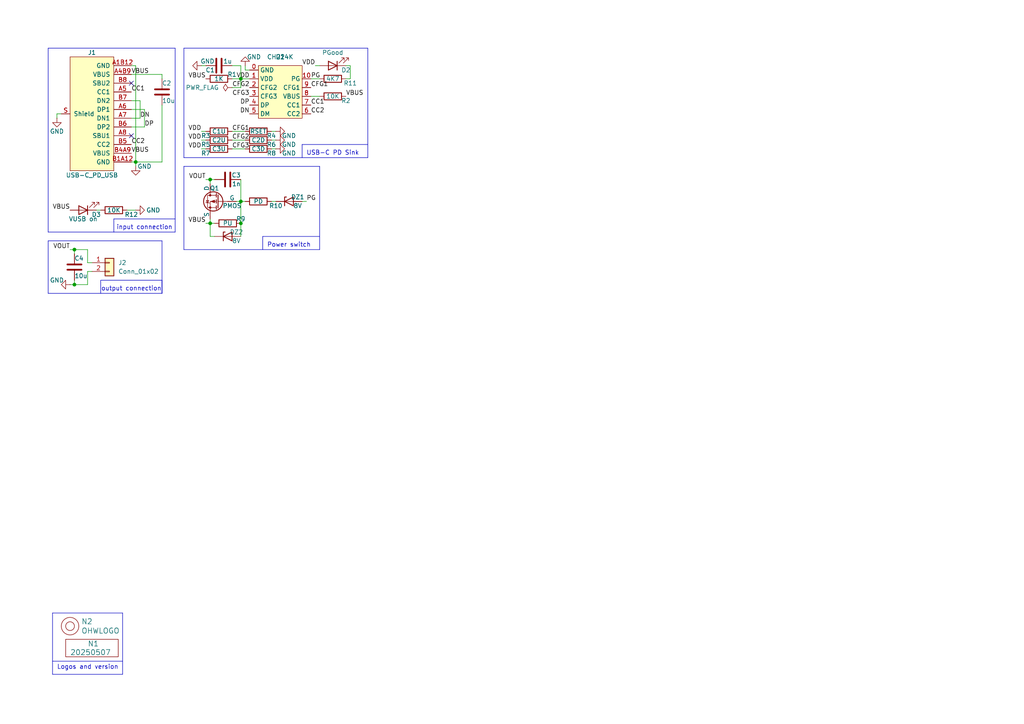
<source format=kicad_sch>
(kicad_sch (version 20231120) (generator "eeschema") (generator_version "8.0")
  (paper "A4")
  (lib_symbols
    (symbol "Connector_Generic:Conn_01x02" (pin_names (offset 1.016) hide)
      (property "Reference" "J" (at 0 2.54 0))
      (property "Value" "Conn_01x02" (at 0 -5.08 0))
      (symbol "Conn_01x02_1_1"
        (rectangle (start -1.27 -2.413) (end 0 -2.667) (stroke (width 0.1524)))
        (rectangle (start -1.27 0.127) (end 0 -0.127) (stroke (width 0.1524)))
        (rectangle (start -1.27 1.27) (end 1.27 -3.81) (stroke (width 0.254)) (fill (type background)))
        (pin passive line (at -5.08 0 0) (length 3.81) (name "Pin_1") (number "1"))
        (pin passive line (at -5.08 -2.54 0) (length 3.81) (name "Pin_2") (number "2"))
      )
    )
    (symbol "Device:C" (pin_numbers hide) (pin_names (offset 0.254))
      (property "Reference" "C" (at 0.635 2.54 0))
      (property "Value" "C" (at 0.635 -2.54 0))
      (symbol "C_0_1"
        (polyline (pts (xy -2.032 -0.762) (xy 2.032 -0.762)) (stroke (width 0.508)))
        (polyline (pts (xy -2.032 0.762) (xy 2.032 0.762)) (stroke (width 0.508)))
      )
      (symbol "C_1_1"
        (pin passive line (at 0 3.81 270) (length 2.794) (name "~") (number "1"))
        (pin passive line (at 0 -3.81 90) (length 2.794) (name "~") (number "2"))
      )
    )
    (symbol "Device:D_Zener" (pin_numbers hide) (pin_names (offset 1.016) hide)
      (property "Reference" "D" (at 0 2.54 0))
      (property "Value" "D_Zener" (at 0 -2.54 0))
      (symbol "D_Zener_0_1"
        (polyline (pts (xy 1.27 0) (xy -1.27 0)))
        (polyline (pts (xy -1.27 -1.27) (xy -1.27 1.27) (xy -0.762 1.27)) (stroke (width 0.254)))
        (polyline (pts (xy 1.27 -1.27) (xy 1.27 1.27) (xy -1.27 0) (xy 1.27 -1.27)) (stroke (width 0.254)))
      )
      (symbol "D_Zener_1_1"
        (pin passive line (at -3.81 0 0) (length 2.54) (name "K") (number "1"))
        (pin passive line (at 3.81 0 180) (length 2.54) (name "A") (number "2"))
      )
    )
    (symbol "Device:LED" (pin_numbers hide) (pin_names (offset 1.016) hide)
      (property "Reference" "D" (at 0 2.54 0))
      (property "Value" "LED" (at 0 -2.54 0))
      (symbol "LED_0_1"
        (polyline (pts (xy -1.27 -1.27) (xy -1.27 1.27)) (stroke (width 0.254)))
        (polyline (pts (xy -1.27 0) (xy 1.27 0)))
        (polyline (pts (xy 1.27 -1.27) (xy 1.27 1.27) (xy -1.27 0) (xy 1.27 -1.27)) (stroke (width 0.254)))
        (polyline (pts (xy -3.048 -0.762) (xy -4.572 -2.286) (xy -3.81 -2.286) (xy -4.572 -2.286) (xy -4.572 -1.524)))
        (polyline (pts (xy -1.778 -0.762) (xy -3.302 -2.286) (xy -2.54 -2.286) (xy -3.302 -2.286) (xy -3.302 -1.524)))
      )
      (symbol "LED_1_1"
        (pin passive line (at -3.81 0 0) (length 2.54) (name "K") (number "1"))
        (pin passive line (at 3.81 0 180) (length 2.54) (name "A") (number "2"))
      )
    )
    (symbol "Device:R" (pin_numbers hide) (pin_names (offset 0))
      (property "Reference" "R" (at 2.032 0 90))
      (property "Value" "R" (at 0 0 90))
      (symbol "R_0_1"
        (rectangle (start -1.016 -2.54) (end 1.016 2.54) (stroke (width 0.254)))
      )
      (symbol "R_1_1"
        (pin passive line (at 0 3.81 270) (length 1.27) (name "~") (number "1"))
        (pin passive line (at 0 -3.81 90) (length 1.27) (name "~") (number "2"))
      )
    )
    (symbol "Simulation_SPICE:PMOS" (pin_numbers hide) (pin_names (offset 0))
      (property "Reference" "Q" (at 5.08 1.27 0))
      (property "Value" "PMOS" (at 5.08 -1.27 0))
      (symbol "PMOS_0_1"
        (polyline (pts (xy 0.254 0) (xy -2.54 0)))
        (polyline (pts (xy 0.254 1.905) (xy 0.254 -1.905)) (stroke (width 0.254)))
        (polyline (pts (xy 0.762 -1.27) (xy 0.762 -2.286)) (stroke (width 0.254)))
        (polyline (pts (xy 0.762 0.508) (xy 0.762 -0.508)) (stroke (width 0.254)))
        (polyline (pts (xy 0.762 2.286) (xy 0.762 1.27)) (stroke (width 0.254)))
        (polyline (pts (xy 2.54 2.54) (xy 2.54 1.778)))
        (polyline (pts (xy 2.54 -2.54) (xy 2.54 0) (xy 0.762 0)))
        (polyline (pts (xy 0.762 1.778) (xy 3.302 1.778) (xy 3.302 -1.778) (xy 0.762 -1.778)))
        (polyline (pts (xy 2.286 0) (xy 1.27 0.381) (xy 1.27 -0.381) (xy 2.286 0)) (fill (type outline)))
        (polyline (pts (xy 2.794 -0.508) (xy 2.921 -0.381) (xy 3.683 -0.381) (xy 3.81 -0.254)))
        (polyline (pts (xy 3.302 -0.381) (xy 2.921 0.254) (xy 3.683 0.254) (xy 3.302 -0.381)))
        (circle (center 1.651 0) (radius 2.794) (stroke (width 0.254)))
        (circle (center 2.54 -1.778) (radius 0.254) (fill (type outline)))
        (circle (center 2.54 1.778) (radius 0.254) (fill (type outline)))
      )
      (symbol "PMOS_1_1"
        (pin passive line (at 2.54 5.08 270) (length 2.54) (name "D") (number "1"))
        (pin input line (at -5.08 0 0) (length 2.54) (name "G") (number "2"))
        (pin passive line (at 2.54 -5.08 90) (length 2.54) (name "S") (number "3"))
      )
    )
    (symbol "SquantorLabels:OHWLOGO" (pin_names (offset 1.016))
      (property "Reference" "N" (at 0 3.81 0))
      (property "Value" "OHWLOGO" (at 0 -3.81 0))
      (symbol "OHWLOGO_0_1"
        (circle (center 0 0) (radius 1.27))
        (circle (center 0 0) (radius 2.54))
      )
    )
    (symbol "SquantorLabels:VYYYYMMDD" (pin_names (offset 1.016))
      (property "Reference" "N" (at 0 2.54 0))
      (property "Value" "VYYYYMMDD" (at 0 0 0))
      (symbol "VYYYYMMDD_0_1"
        (rectangle (start 7.62 -1.27) (end -7.62 3.81))
      )
    )
    (symbol "SquantorUsb:USB-C_PD_USB" (pin_names (offset 1.016))
      (property "Reference" "J" (at 0 17.78 0))
      (property "Value" "USB-C_PD_USB" (at 0 -17.78 0))
      (symbol "USB-C_PD_USB_0_1"
        (rectangle (start 6.35 16.51) (end -6.35 -16.51) (fill (type background)))
      )
      (symbol "USB-C_PD_USB_1_1"
        (pin power_out line (at 11.43 13.97 180) (length 5.08) (name "GND") (number "A1B12"))
        (pin power_out line (at 11.43 11.43 180) (length 5.08) (name "VBUS") (number "A4B9"))
        (pin bidirectional line (at 11.43 6.35 180) (length 5.08) (name "CC1") (number "A5"))
        (pin bidirectional line (at 11.43 1.27 180) (length 5.08) (name "DP1") (number "A6"))
        (pin bidirectional line (at 11.43 -1.27 180) (length 5.08) (name "DN1") (number "A7"))
        (pin bidirectional line (at 11.43 -6.35 180) (length 5.08) (name "SBU1") (number "A8"))
        (pin passive line (at 11.43 -13.97 180) (length 5.08) (name "GND") (number "B1A12"))
        (pin passive line (at 11.43 -11.43 180) (length 5.08) (name "VBUS") (number "B4A9"))
        (pin bidirectional line (at 11.43 -8.89 180) (length 5.08) (name "CC2") (number "B5"))
        (pin bidirectional line (at 11.43 -3.81 180) (length 5.08) (name "DP2") (number "B6"))
        (pin bidirectional line (at 11.43 3.81 180) (length 5.08) (name "DN2") (number "B7"))
        (pin bidirectional line (at 11.43 8.89 180) (length 5.08) (name "SBU2") (number "B8"))
        (pin passive line (at -8.89 0 0) (length 2.54) (name "Shield") (number "S"))
      )
    )
    (symbol "SquantorWCH:CH224K"
      (property "Reference" "U" (at 0 10.16 0))
      (property "Value" "CH224K" (at 0 -7.62 0))
      (symbol "CH224K_1_1"
        (rectangle (start -6.35 8.89) (end 6.35 -6.35) (fill (type background)))
        (pin power_in line (at -8.89 7.62 0) (length 2.54) (name "GND") (number "0"))
        (pin power_in line (at -8.89 5.08 0) (length 2.54) (name "VDD") (number "1"))
        (pin open_collector line (at 8.89 5.08 180) (length 2.54) (name "PG") (number "10"))
        (pin input line (at -8.89 2.54 0) (length 2.54) (name "CFG2") (number "2"))
        (pin input line (at -8.89 0 0) (length 2.54) (name "CFG3") (number "3"))
        (pin input line (at -8.89 -2.54 0) (length 2.54) (name "DP") (number "4"))
        (pin input line (at -8.89 -5.08 0) (length 2.54) (name "DM") (number "5"))
        (pin input line (at 8.89 -5.08 180) (length 2.54) (name "CC2") (number "6"))
        (pin input line (at 8.89 -2.54 180) (length 2.54) (name "CC1") (number "7"))
        (pin input line (at 8.89 0 180) (length 2.54) (name "VBUS") (number "8"))
        (pin input line (at 8.89 2.54 180) (length 2.54) (name "CFG1") (number "9"))
      )
    )
    (symbol "power:GND" (power) (pin_numbers hide) (pin_names (offset 0) hide)
      (property "Value" "GND" (at 0 -3.81 0))
      (symbol "GND_0_1"
        (polyline (pts (xy 0 0) (xy 0 -1.27) (xy 1.27 -1.27) (xy 0 -2.54) (xy -1.27 -1.27) (xy 0 -1.27)))
      )
      (symbol "GND_1_1"
        (pin power_in line (at 0 0 270) (length 0) (name "~") (number "1"))
      )
    )
    (symbol "power:PWR_FLAG" (power) (pin_numbers hide) (pin_names (offset 0) hide)
      (property "Value" "PWR_FLAG" (at 0 3.81 0))
      (symbol "PWR_FLAG_0_0"
        (pin power_out line (at 0 0 90) (length 0) (name "~") (number "1"))
      )
      (symbol "PWR_FLAG_0_1"
        (polyline (pts (xy 0 0) (xy 0 1.27) (xy -1.016 1.905) (xy 0 2.54) (xy 1.016 1.905) (xy 0 1.27)))
      )
    )
  )
  (junction (at 69.85 22.86))
  (junction (at 60.96 52.07))
  (junction (at 69.85 64.77))
  (junction (at 39.37 46.99))
  (junction (at 69.85 58.42))
  (junction (at 21.59 82.55))
  (junction (at 60.96 64.77))
  (junction (at 21.59 72.39))
  (no_connect (at 38.1 24.13))
  (no_connect (at 38.1 39.37))
  (wire (pts (xy 69.85 25.4) (xy 69.85 22.86)))
  (wire (pts (xy 38.1 36.83) (xy 41.91 36.83)))
  (wire (pts (xy 69.85 52.07) (xy 69.85 58.42)))
  (wire (pts (xy 59.69 52.07) (xy 60.96 52.07)))
  (wire (pts (xy 100.33 19.05) (xy 101.6 19.05)))
  (polyline (pts (xy 15.24 177.8) (xy 15.24 195.58)))
  (polyline (pts (xy 35.56 177.8) (xy 15.24 177.8)))
  (wire (pts (xy 46.99 21.59) (xy 46.99 22.86)))
  (wire (pts (xy 78.74 43.18) (xy 80.01 43.18)))
  (wire (pts (xy 67.31 43.18) (xy 71.12 43.18)))
  (polyline (pts (xy 13.97 85.09) (xy 46.99 85.09)))
  (wire (pts (xy 58.42 38.1) (xy 59.69 38.1)))
  (polyline (pts (xy 13.97 67.31) (xy 50.8 67.31)))
  (wire (pts (xy 39.37 19.05) (xy 39.37 46.99)))
  (polyline (pts (xy 50.8 13.97) (xy 13.97 13.97)))
  (wire (pts (xy 87.63 58.42) (xy 88.9 58.42)))
  (wire (pts (xy 90.17 27.94) (xy 92.71 27.94)))
  (wire (pts (xy 69.85 64.77) (xy 69.85 68.58)))
  (wire (pts (xy 60.96 64.77) (xy 62.23 64.77)))
  (wire (pts (xy 58.42 43.18) (xy 59.69 43.18)))
  (wire (pts (xy 100.33 22.86) (xy 101.6 22.86)))
  (wire (pts (xy 41.91 31.75) (xy 41.91 36.83)))
  (polyline (pts (xy 92.71 68.58) (xy 76.2 68.58)))
  (wire (pts (xy 101.6 19.05) (xy 101.6 22.86)))
  (wire (pts (xy 58.42 40.64) (xy 59.69 40.64)))
  (wire (pts (xy 25.4 82.55) (xy 25.4 78.74)))
  (wire (pts (xy 67.31 40.64) (xy 71.12 40.64)))
  (wire (pts (xy 40.64 29.21) (xy 40.64 34.29)))
  (wire (pts (xy 78.74 40.64) (xy 80.01 40.64)))
  (wire (pts (xy 60.96 52.07) (xy 60.96 53.34)))
  (wire (pts (xy 36.83 60.96) (xy 39.37 60.96)))
  (polyline (pts (xy 50.8 67.31) (xy 50.8 13.97)))
  (wire (pts (xy 21.59 82.55) (xy 25.4 82.55)))
  (wire (pts (xy 16.51 33.02) (xy 16.51 34.29)))
  (polyline (pts (xy 106.68 45.72) (xy 106.68 13.97)))
  (wire (pts (xy 69.85 22.86) (xy 69.85 19.05)))
  (polyline (pts (xy 92.71 48.26) (xy 53.34 48.26)))
  (wire (pts (xy 25.4 72.39) (xy 25.4 76.2)))
  (polyline (pts (xy 13.97 13.97) (xy 13.97 67.31)))
  (wire (pts (xy 60.96 63.5) (xy 60.96 64.77)))
  (wire (pts (xy 38.1 46.99) (xy 39.37 46.99)))
  (wire (pts (xy 39.37 46.99) (xy 46.99 46.99)))
  (polyline (pts (xy 106.68 13.97) (xy 53.34 13.97)))
  (polyline (pts (xy 46.99 81.28) (xy 29.21 81.28)))
  (wire (pts (xy 69.85 22.86) (xy 67.31 22.86)))
  (polyline (pts (xy 53.34 72.39) (xy 92.71 72.39)))
  (wire (pts (xy 20.32 82.55) (xy 21.59 82.55)))
  (wire (pts (xy 38.1 29.21) (xy 40.64 29.21)))
  (polyline (pts (xy 53.34 45.72) (xy 106.68 45.72)))
  (polyline (pts (xy 50.8 63.5) (xy 33.02 63.5)))
  (wire (pts (xy 60.96 64.77) (xy 60.96 68.58)))
  (wire (pts (xy 69.85 22.86) (xy 72.39 22.86)))
  (polyline (pts (xy 87.63 41.91) (xy 87.63 45.72)))
  (polyline (pts (xy 46.99 69.85) (xy 13.97 69.85)))
  (wire (pts (xy 90.17 22.86) (xy 92.71 22.86)))
  (wire (pts (xy 67.31 25.4) (xy 69.85 25.4)))
  (wire (pts (xy 46.99 30.48) (xy 46.99 46.99)))
  (wire (pts (xy 27.94 60.96) (xy 29.21 60.96)))
  (polyline (pts (xy 33.02 63.5) (xy 33.02 67.31)))
  (polyline (pts (xy 53.34 13.97) (xy 53.34 45.72)))
  (polyline (pts (xy 13.97 69.85) (xy 13.97 85.09)))
  (wire (pts (xy 38.1 19.05) (xy 39.37 19.05)))
  (wire (pts (xy 25.4 78.74) (xy 26.67 78.74)))
  (wire (pts (xy 78.74 38.1) (xy 80.01 38.1)))
  (polyline (pts (xy 35.56 195.58) (xy 35.56 177.8)))
  (wire (pts (xy 69.85 58.42) (xy 71.12 58.42)))
  (polyline (pts (xy 15.24 195.58) (xy 35.56 195.58)))
  (wire (pts (xy 25.4 76.2) (xy 26.67 76.2)))
  (polyline (pts (xy 76.2 68.58) (xy 76.2 72.39)))
  (polyline (pts (xy 92.71 72.39) (xy 92.71 48.26)))
  (wire (pts (xy 17.78 33.02) (xy 16.51 33.02)))
  (wire (pts (xy 38.1 31.75) (xy 41.91 31.75)))
  (polyline (pts (xy 106.68 41.91) (xy 87.63 41.91)))
  (wire (pts (xy 59.69 64.77) (xy 60.96 64.77)))
  (wire (pts (xy 68.58 58.42) (xy 69.85 58.42)))
  (wire (pts (xy 78.74 58.42) (xy 80.01 58.42)))
  (wire (pts (xy 69.85 19.05) (xy 67.31 19.05)))
  (wire (pts (xy 91.44 19.05) (xy 92.71 19.05)))
  (wire (pts (xy 60.96 52.07) (xy 62.23 52.07)))
  (polyline (pts (xy 46.99 85.09) (xy 46.99 69.85)))
  (polyline (pts (xy 53.34 48.26) (xy 53.34 72.39)))
  (wire (pts (xy 67.31 38.1) (xy 71.12 38.1)))
  (wire (pts (xy 58.42 19.05) (xy 59.69 19.05)))
  (polyline (pts (xy 46.99 85.09) (xy 46.99 81.28)))
  (wire (pts (xy 38.1 21.59) (xy 46.99 21.59)))
  (wire (pts (xy 21.59 81.28) (xy 21.59 82.55)))
  (wire (pts (xy 71.12 20.32) (xy 71.12 19.05)))
  (wire (pts (xy 60.96 68.58) (xy 62.23 68.58)))
  (wire (pts (xy 21.59 72.39) (xy 25.4 72.39)))
  (wire (pts (xy 72.39 20.32) (xy 71.12 20.32)))
  (wire (pts (xy 21.59 72.39) (xy 21.59 73.66)))
  (polyline (pts (xy 15.24 191.77) (xy 35.56 191.77)))
  (polyline (pts (xy 29.21 81.28) (xy 29.21 85.09)))
  (wire (pts (xy 20.32 72.39) (xy 21.59 72.39)))
  (wire (pts (xy 39.37 46.99) (xy 39.37 48.26)))
  (wire (pts (xy 69.85 58.42) (xy 69.85 64.77)))
  (wire (pts (xy 38.1 34.29) (xy 40.64 34.29)))
  (text "input connection" (at 41.91 66.04 0) (effects (font (size 1.27 1.27))))
  (text "Logos and version" (at 16.51 194.31 0) (effects (font (size 1.27 1.27)) (justify left bottom)))
  (text "output connection" (at 38.1 83.82 0) (effects (font (size 1.27 1.27))))
  (text "USB-C PD Sink" (at 96.52 44.45 0) (effects (font (size 1.27 1.27))))
  (text "Power switch" (at 83.82 71.12 0) (effects (font (size 1.27 1.27))))
  (label "DN" (at 40.64 34.29 0))
  (label "CFG3" (at 72.39 27.94 180))
  (label "CFG3" (at 67.31 43.18 0))
  (label "CC2" (at 38.1 41.91 0))
  (label "CC1" (at 38.1 26.67 0))
  (label "VDD" (at 58.42 40.64 180))
  (label "DP" (at 72.39 30.48 180))
  (label "VBUS" (at 100.33 27.94 0))
  (label "DP" (at 41.91 36.83 0))
  (label "VDD" (at 72.39 22.86 180))
  (label "VBUS" (at 59.69 22.86 180))
  (label "CC2" (at 90.17 33.02 0))
  (label "DN" (at 72.39 33.02 180))
  (label "CFG2" (at 67.31 40.64 0))
  (label "VBUS" (at 59.69 64.77 180))
  (label "VBUS" (at 38.1 21.59 0))
  (label "CFG2" (at 72.39 25.4 180))
  (label "CFG1" (at 67.31 38.1 0))
  (label "CC1" (at 90.17 30.48 0))
  (label "VDD" (at 58.42 38.1 180))
  (label "VDD" (at 58.42 43.18 180))
  (label "CFG1" (at 90.17 25.4 0))
  (label "VDD" (at 91.44 19.05 180))
  (label "PG" (at 90.17 22.86 0))
  (label "PG" (at 88.9 58.42 0))
  (label "VBUS" (at 38.1 44.45 0))
  (label "VBUS" (at 20.32 60.96 180))
  (label "VOUT" (at 20.32 72.39 180))
  (label "VOUT" (at 59.69 52.07 180))
  (symbol (lib_id "SquantorLabels:VYYYYMMDD") (at 26.67 189.23 0) (unit 1)
    (property "Reference" "N1" (at 25.4 186.69 0) (effects (font (size 1.524 1.524)) (justify left)))
    (property "Value" "20250507" (at 20.32 189.23 0) (effects (font (size 1.524 1.524)) (justify left)))
    (property "Footprint" "SquantorLabels:Label_Generic" (effects (hide yes)))
  )
  (symbol (lib_id "SquantorLabels:OHWLOGO") (at 20.32 181.61 0) (unit 1)
    (property "Reference" "N2" (at 23.5712 180.2638 0) (effects (font (size 1.524 1.524)) (justify left)))
    (property "Value" "OHWLOGO" (at 23.5712 182.9562 0) (effects (font (size 1.524 1.524)) (justify left)))
    (property "Footprint" "Symbol:OSHW-Symbol_6.7x6mm_SilkScreen" (effects (hide yes)))
  )
  (symbol (lib_id "SquantorUsb:USB-C_PD_USB") (at 26.67 33.02 0) (unit 1)
    (property "Reference" "J1" (at 26.67 15.24 0))
    (property "Value" "USB-C_PD_USB" (at 26.67 50.8 0))
    (property "Footprint" "SquantorUsb:USB-C-HRO-31-M-12_aisler" (effects (hide yes)))
    (property "Description" "USB-C Power delivery and USB 2.0 connections" (effects (hide yes)))
  )
  (symbol (lib_id "Device:R") (at 63.5 43.18 90) (unit 1)
    (property "Reference" "R7" (at 59.69 44.45 90))
    (property "Value" "C3U" (at 63.5 43.18 90))
    (property "Footprint" "SquantorResistor:R_0603_hand" (effects (hide yes)))
    (property "Description" "Resistor" (effects (hide yes)))
  )
  (symbol (lib_id "Device:C") (at 63.5 19.05 90) (unit 1)
    (property "Reference" "C1" (at 60.96 20.32 90))
    (property "Value" "1u" (at 66.04 17.78 90))
    (property "Footprint" "SquantorCapacitor:C_0805+0603" (effects (hide yes)))
    (property "Description" "Unpolarized capacitor" (effects (hide yes)))
  )
  (symbol (lib_id "Device:R") (at 74.93 38.1 90) (unit 1)
    (property "Reference" "R4" (at 78.74 39.37 90))
    (property "Value" "RSET" (at 74.93 38.1 90))
    (property "Footprint" "SquantorResistor:R_0603_hand" (effects (hide yes)))
    (property "Description" "Resistor" (effects (hide yes)))
  )
  (symbol (lib_id "Device:LED") (at 24.13 60.96 180) (unit 1)
    (property "Reference" "D3" (at 27.94 62.23 0))
    (property "Value" "VUSB on" (at 24.13 63.5 0))
    (property "Footprint" "SquantorDiodes:LED_0603_hand" (effects (hide yes)))
    (property "Description" "Light emitting diode" (effects (hide yes)))
  )
  (symbol (lib_id "power:GND") (at 16.51 34.29 0) (unit 1)
    (property "Reference" "#PWR2" (effects (hide yes)))
    (property "Value" "GND" (at 16.51 38.1 0))
    (property "Description" "Power symbol creates a global label with name \"GND\" , ground" (effects (hide yes)))
  )
  (symbol (lib_id "power:GND") (at 58.42 19.05 270) (unit 1)
    (property "Reference" "#PWR4" (effects (hide yes)))
    (property "Value" "GND" (at 62.23 17.78 90) (effects (justify right)))
    (property "Description" "Power symbol creates a global label with name \"GND\" , ground" (effects (hide yes)))
  )
  (symbol (lib_id "Device:R") (at 63.5 38.1 90) (unit 1)
    (property "Reference" "R3" (at 59.69 39.37 90))
    (property "Value" "C1U" (at 63.5 38.1 90))
    (property "Footprint" "SquantorResistor:R_0603_hand" (effects (hide yes)))
    (property "Description" "Resistor" (effects (hide yes)))
  )
  (symbol (lib_id "Device:R") (at 74.93 40.64 90) (unit 1)
    (property "Reference" "R6" (at 78.74 41.91 90))
    (property "Value" "C2D" (at 74.93 40.64 90))
    (property "Footprint" "SquantorResistor:R_0603_hand" (effects (hide yes)))
    (property "Description" "Resistor" (effects (hide yes)))
  )
  (symbol (lib_id "power:GND") (at 80.01 40.64 90) (unit 1)
    (property "Reference" "#PWR6" (effects (hide yes)))
    (property "Value" "GND" (at 83.82 41.91 90))
    (property "Description" "Power symbol creates a global label with name \"GND\" , ground" (effects (hide yes)))
  )
  (symbol (lib_id "Device:D_Zener") (at 83.82 58.42 0) (unit 1)
    (property "Reference" "DZ1" (at 86.36 57.15 0))
    (property "Value" "8V" (at 86.36 59.69 0))
    (property "Footprint" "SquantorDiodes:SOD-323-nexperia-hand" (effects (hide yes)))
    (property "Description" "Zener diode" (effects (hide yes)))
  )
  (symbol (lib_id "power:GND") (at 39.37 60.96 90) (unit 1)
    (property "Reference" "#PWR8" (effects (hide yes)))
    (property "Value" "GND" (at 44.45 60.96 90))
    (property "Description" "Power symbol creates a global label with name \"GND\" , ground" (effects (hide yes)))
  )
  (symbol (lib_id "Device:LED") (at 96.52 19.05 180) (unit 1)
    (property "Reference" "D2" (at 100.33 20.32 0))
    (property "Value" "PGood" (at 96.52 15.24 0))
    (property "Footprint" "SquantorDiodes:LED_0603_hand" (effects (hide yes)))
    (property "Description" "Light emitting diode" (effects (hide yes)))
  )
  (symbol (lib_id "power:GND") (at 39.37 48.26 0) (unit 1)
    (property "Reference" "#PWR1" (effects (hide yes)))
    (property "Value" "GND" (at 41.91 48.26 0))
    (property "Description" "Power symbol creates a global label with name \"GND\" , ground" (effects (hide yes)))
  )
  (symbol (lib_id "power:GND") (at 20.32 82.55 270) (unit 1)
    (property "Reference" "#PWR9" (effects (hide yes)))
    (property "Value" "GND" (at 16.51 81.28 90))
    (property "Description" "Power symbol creates a global label with name \"GND\" , ground" (effects (hide yes)))
  )
  (symbol (lib_id "Device:R") (at 63.5 22.86 90) (unit 1)
    (property "Reference" "R1" (at 67.31 21.59 90))
    (property "Value" "1K" (at 63.5 22.86 90))
    (property "Footprint" "SquantorResistor:R_0603_hand" (effects (hide yes)))
    (property "Description" "Resistor" (effects (hide yes)))
  )
  (symbol (lib_id "power:GND") (at 80.01 43.18 90) (unit 1)
    (property "Reference" "#PWR7" (effects (hide yes)))
    (property "Value" "GND" (at 83.82 44.45 90))
    (property "Description" "Power symbol creates a global label with name \"GND\" , ground" (effects (hide yes)))
  )
  (symbol (lib_id "Simulation_SPICE:PMOS") (at 63.5 58.42 0) (mirror y) (unit 1)
    (property "Reference" "Q1" (at 62.23 54.61 0))
    (property "Value" "PMOS" (at 67.31 59.69 0))
    (property "Footprint" "SquantorIC:SOT23-3" (effects (hide yes)))
    (property "Datasheet" "https://ngspice.sourceforge.io/docs/ngspice-html-manual/manual.xhtml#cha_MOSFETs" (effects (hide yes)))
    (property "Description" "P-MOSFET transistor, drain/source/gate" (effects (hide yes)))
    (property "Sim.Device" "PMOS" (effects (hide yes)))
    (property "Sim.Type" "VDMOS" (effects (hide yes)))
    (property "Sim.Pins" "1=D 2=G 3=S" (effects (hide yes)))
  )
  (symbol (lib_id "power:GND") (at 71.12 19.05 180) (unit 1)
    (property "Reference" "#PWR3" (effects (hide yes)))
    (property "Value" "GND" (at 73.66 16.51 0))
    (property "Description" "Power symbol creates a global label with name \"GND\" , ground" (effects (hide yes)))
  )
  (symbol (lib_id "Device:R") (at 66.04 64.77 270) (unit 1)
    (property "Reference" "R9" (at 69.85 63.5 90))
    (property "Value" "PU" (at 66.04 64.77 90))
    (property "Footprint" "SquantorResistor:R_0603_hand" (effects (hide yes)))
    (property "Description" "Resistor" (effects (hide yes)))
  )
  (symbol (lib_id "Device:R") (at 96.52 27.94 90) (unit 1)
    (property "Reference" "R2" (at 100.33 29.21 90))
    (property "Value" "10K" (at 96.52 27.94 90))
    (property "Footprint" "SquantorResistor:R_0603_hand" (effects (hide yes)))
    (property "Description" "Resistor" (effects (hide yes)))
  )
  (symbol (lib_id "Device:R") (at 33.02 60.96 90) (unit 1)
    (property "Reference" "R12" (at 38.1 62.23 90))
    (property "Value" "10K" (at 33.02 60.96 90))
    (property "Footprint" "SquantorResistor:R_0603_hand" (effects (hide yes)))
    (property "Description" "Resistor" (effects (hide yes)))
  )
  (symbol (lib_id "Device:C") (at 66.04 52.07 90) (unit 1)
    (property "Reference" "C3" (at 69.85 50.8 90) (effects (justify left)))
    (property "Value" "1n" (at 69.85 53.34 90) (effects (justify left)))
    (property "Footprint" "SquantorCapacitor:C_0603" (effects (hide yes)))
    (property "Description" "Unpolarized capacitor" (effects (hide yes)))
  )
  (symbol (lib_id "Device:C") (at 46.99 26.67 0) (unit 1)
    (property "Reference" "C2" (at 46.99 24.13 0) (effects (justify left)))
    (property "Value" "10u" (at 46.99 29.21 0) (effects (justify left)))
    (property "Footprint" "SquantorCapacitor:C_1206_0805" (effects (hide yes)))
    (property "Description" "Unpolarized capacitor" (effects (hide yes)))
  )
  (symbol (lib_id "Device:R") (at 63.5 40.64 90) (unit 1)
    (property "Reference" "R5" (at 59.69 41.91 90))
    (property "Value" "C2U" (at 63.5 40.64 90))
    (property "Footprint" "SquantorResistor:R_0603_hand" (effects (hide yes)))
    (property "Description" "Resistor" (effects (hide yes)))
  )
  (symbol (lib_id "power:PWR_FLAG") (at 67.31 25.4 90) (unit 1)
    (property "Reference" "#FLG1" (effects (hide yes)))
    (property "Value" "PWR_FLAG" (at 63.5 25.3999 90) (effects (justify left)))
    (property "Description" "Special symbol for telling ERC where power comes from" (effects (hide yes)))
  )
  (symbol (lib_id "Device:R") (at 96.52 22.86 90) (unit 1)
    (property "Reference" "R11" (at 101.6 24.13 90))
    (property "Value" "4K7" (at 96.52 22.86 90))
    (property "Footprint" "SquantorResistor:R_0603_hand" (effects (hide yes)))
    (property "Description" "Resistor" (effects (hide yes)))
  )
  (symbol (lib_id "SquantorWCH:CH224K") (at 81.28 27.94 0) (unit 1)
    (property "Reference" "U1" (at 81.28 16.51 0))
    (property "Value" "CH224K" (at 81.28 16.51 0))
    (property "Footprint" "SquantorIC:SSOP-10-1EP_WCH" (effects (hide yes)))
  )
  (symbol (lib_id "power:GND") (at 80.01 38.1 90) (unit 1)
    (property "Reference" "#PWR5" (effects (hide yes)))
    (property "Value" "GND" (at 83.82 39.37 90))
    (property "Description" "Power symbol creates a global label with name \"GND\" , ground" (effects (hide yes)))
  )
  (symbol (lib_id "Device:R") (at 74.93 43.18 90) (unit 1)
    (property "Reference" "R8" (at 78.74 44.45 90))
    (property "Value" "C3D" (at 74.93 43.18 90))
    (property "Footprint" "SquantorResistor:R_0603_hand" (effects (hide yes)))
    (property "Description" "Resistor" (effects (hide yes)))
  )
  (symbol (lib_id "Device:D_Zener") (at 66.04 68.58 0) (unit 1)
    (property "Reference" "DZ2" (at 68.58 67.31 0))
    (property "Value" "8V" (at 68.58 69.85 0))
    (property "Footprint" "SquantorDiodes:SOD-323-nexperia-hand" (effects (hide yes)))
    (property "Description" "Zener diode" (effects (hide yes)))
  )
  (symbol (lib_id "Device:C") (at 21.59 77.47 0) (unit 1)
    (property "Reference" "C4" (at 21.59 74.93 0) (effects (justify left)))
    (property "Value" "10u" (at 21.59 80.01 0) (effects (justify left)))
    (property "Footprint" "SquantorCapacitor:C_1206_0805" (effects (hide yes)))
    (property "Description" "Unpolarized capacitor" (effects (hide yes)))
  )
  (symbol (lib_id "Device:R") (at 74.93 58.42 270) (unit 1)
    (property "Reference" "R10" (at 80.01 59.69 90))
    (property "Value" "PD" (at 74.93 58.42 90))
    (property "Footprint" "SquantorResistor:R_0603_hand" (effects (hide yes)))
    (property "Description" "Resistor" (effects (hide yes)))
  )
  (symbol (lib_id "Connector_Generic:Conn_01x02") (at 31.75 76.2 0) (unit 1)
    (property "Reference" "J2" (at 34.29 76.1999 0) (effects (justify left)))
    (property "Value" "Conn_01x02" (at 34.29 78.7399 0) (effects (justify left)))
    (property "Footprint" "Connector_JST:JST_XH_S2B-XH-A-1_1x02_P2.50mm_Horizontal" (effects (hide yes)))
    (property "Description" "Generic connector, single row, 01x02, script generated (kicad-library-utils/schlib/autogen/connector/)" (effects (hide yes)))
  )
)
</source>
